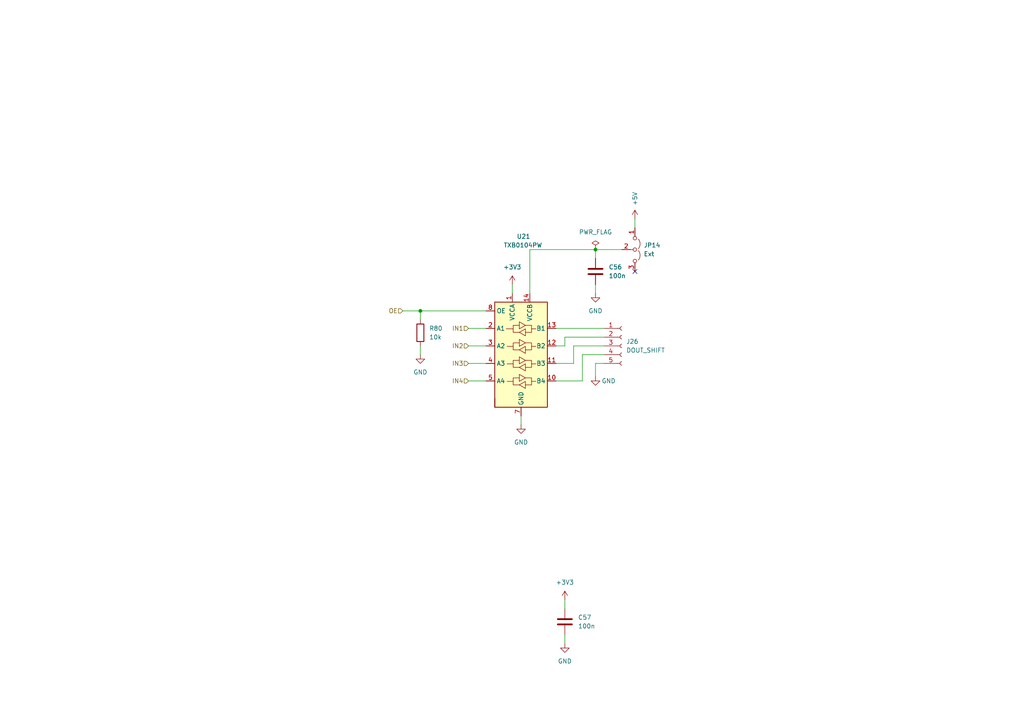
<source format=kicad_sch>
(kicad_sch (version 20211123) (generator eeschema)

  (uuid 0cc5a606-be37-46d1-80db-b26a937d99a1)

  (paper "A4")

  (lib_symbols
    (symbol "Connector:Conn_01x05_Female" (pin_names (offset 1.016) hide) (in_bom yes) (on_board yes)
      (property "Reference" "J" (id 0) (at 0 7.62 0)
        (effects (font (size 1.27 1.27)))
      )
      (property "Value" "Conn_01x05_Female" (id 1) (at 0 -7.62 0)
        (effects (font (size 1.27 1.27)))
      )
      (property "Footprint" "" (id 2) (at 0 0 0)
        (effects (font (size 1.27 1.27)) hide)
      )
      (property "Datasheet" "~" (id 3) (at 0 0 0)
        (effects (font (size 1.27 1.27)) hide)
      )
      (property "ki_keywords" "connector" (id 4) (at 0 0 0)
        (effects (font (size 1.27 1.27)) hide)
      )
      (property "ki_description" "Generic connector, single row, 01x05, script generated (kicad-library-utils/schlib/autogen/connector/)" (id 5) (at 0 0 0)
        (effects (font (size 1.27 1.27)) hide)
      )
      (property "ki_fp_filters" "Connector*:*_1x??_*" (id 6) (at 0 0 0)
        (effects (font (size 1.27 1.27)) hide)
      )
      (symbol "Conn_01x05_Female_1_1"
        (arc (start 0 -4.572) (mid -0.508 -5.08) (end 0 -5.588)
          (stroke (width 0.1524) (type default) (color 0 0 0 0))
          (fill (type none))
        )
        (arc (start 0 -2.032) (mid -0.508 -2.54) (end 0 -3.048)
          (stroke (width 0.1524) (type default) (color 0 0 0 0))
          (fill (type none))
        )
        (polyline
          (pts
            (xy -1.27 -5.08)
            (xy -0.508 -5.08)
          )
          (stroke (width 0.1524) (type default) (color 0 0 0 0))
          (fill (type none))
        )
        (polyline
          (pts
            (xy -1.27 -2.54)
            (xy -0.508 -2.54)
          )
          (stroke (width 0.1524) (type default) (color 0 0 0 0))
          (fill (type none))
        )
        (polyline
          (pts
            (xy -1.27 0)
            (xy -0.508 0)
          )
          (stroke (width 0.1524) (type default) (color 0 0 0 0))
          (fill (type none))
        )
        (polyline
          (pts
            (xy -1.27 2.54)
            (xy -0.508 2.54)
          )
          (stroke (width 0.1524) (type default) (color 0 0 0 0))
          (fill (type none))
        )
        (polyline
          (pts
            (xy -1.27 5.08)
            (xy -0.508 5.08)
          )
          (stroke (width 0.1524) (type default) (color 0 0 0 0))
          (fill (type none))
        )
        (arc (start 0 0.508) (mid -0.508 0) (end 0 -0.508)
          (stroke (width 0.1524) (type default) (color 0 0 0 0))
          (fill (type none))
        )
        (arc (start 0 3.048) (mid -0.508 2.54) (end 0 2.032)
          (stroke (width 0.1524) (type default) (color 0 0 0 0))
          (fill (type none))
        )
        (arc (start 0 5.588) (mid -0.508 5.08) (end 0 4.572)
          (stroke (width 0.1524) (type default) (color 0 0 0 0))
          (fill (type none))
        )
        (pin passive line (at -5.08 5.08 0) (length 3.81)
          (name "Pin_1" (effects (font (size 1.27 1.27))))
          (number "1" (effects (font (size 1.27 1.27))))
        )
        (pin passive line (at -5.08 2.54 0) (length 3.81)
          (name "Pin_2" (effects (font (size 1.27 1.27))))
          (number "2" (effects (font (size 1.27 1.27))))
        )
        (pin passive line (at -5.08 0 0) (length 3.81)
          (name "Pin_3" (effects (font (size 1.27 1.27))))
          (number "3" (effects (font (size 1.27 1.27))))
        )
        (pin passive line (at -5.08 -2.54 0) (length 3.81)
          (name "Pin_4" (effects (font (size 1.27 1.27))))
          (number "4" (effects (font (size 1.27 1.27))))
        )
        (pin passive line (at -5.08 -5.08 0) (length 3.81)
          (name "Pin_5" (effects (font (size 1.27 1.27))))
          (number "5" (effects (font (size 1.27 1.27))))
        )
      )
    )
    (symbol "Device:C" (pin_numbers hide) (pin_names (offset 0.254)) (in_bom yes) (on_board yes)
      (property "Reference" "C" (id 0) (at 0.635 2.54 0)
        (effects (font (size 1.27 1.27)) (justify left))
      )
      (property "Value" "C" (id 1) (at 0.635 -2.54 0)
        (effects (font (size 1.27 1.27)) (justify left))
      )
      (property "Footprint" "" (id 2) (at 0.9652 -3.81 0)
        (effects (font (size 1.27 1.27)) hide)
      )
      (property "Datasheet" "~" (id 3) (at 0 0 0)
        (effects (font (size 1.27 1.27)) hide)
      )
      (property "ki_keywords" "cap capacitor" (id 4) (at 0 0 0)
        (effects (font (size 1.27 1.27)) hide)
      )
      (property "ki_description" "Unpolarized capacitor" (id 5) (at 0 0 0)
        (effects (font (size 1.27 1.27)) hide)
      )
      (property "ki_fp_filters" "C_*" (id 6) (at 0 0 0)
        (effects (font (size 1.27 1.27)) hide)
      )
      (symbol "C_0_1"
        (polyline
          (pts
            (xy -2.032 -0.762)
            (xy 2.032 -0.762)
          )
          (stroke (width 0.508) (type default) (color 0 0 0 0))
          (fill (type none))
        )
        (polyline
          (pts
            (xy -2.032 0.762)
            (xy 2.032 0.762)
          )
          (stroke (width 0.508) (type default) (color 0 0 0 0))
          (fill (type none))
        )
      )
      (symbol "C_1_1"
        (pin passive line (at 0 3.81 270) (length 2.794)
          (name "~" (effects (font (size 1.27 1.27))))
          (number "1" (effects (font (size 1.27 1.27))))
        )
        (pin passive line (at 0 -3.81 90) (length 2.794)
          (name "~" (effects (font (size 1.27 1.27))))
          (number "2" (effects (font (size 1.27 1.27))))
        )
      )
    )
    (symbol "Device:R" (pin_numbers hide) (pin_names (offset 0)) (in_bom yes) (on_board yes)
      (property "Reference" "R" (id 0) (at 2.032 0 90)
        (effects (font (size 1.27 1.27)))
      )
      (property "Value" "R" (id 1) (at 0 0 90)
        (effects (font (size 1.27 1.27)))
      )
      (property "Footprint" "" (id 2) (at -1.778 0 90)
        (effects (font (size 1.27 1.27)) hide)
      )
      (property "Datasheet" "~" (id 3) (at 0 0 0)
        (effects (font (size 1.27 1.27)) hide)
      )
      (property "ki_keywords" "R res resistor" (id 4) (at 0 0 0)
        (effects (font (size 1.27 1.27)) hide)
      )
      (property "ki_description" "Resistor" (id 5) (at 0 0 0)
        (effects (font (size 1.27 1.27)) hide)
      )
      (property "ki_fp_filters" "R_*" (id 6) (at 0 0 0)
        (effects (font (size 1.27 1.27)) hide)
      )
      (symbol "R_0_1"
        (rectangle (start -1.016 -2.54) (end 1.016 2.54)
          (stroke (width 0.254) (type default) (color 0 0 0 0))
          (fill (type none))
        )
      )
      (symbol "R_1_1"
        (pin passive line (at 0 3.81 270) (length 1.27)
          (name "~" (effects (font (size 1.27 1.27))))
          (number "1" (effects (font (size 1.27 1.27))))
        )
        (pin passive line (at 0 -3.81 90) (length 1.27)
          (name "~" (effects (font (size 1.27 1.27))))
          (number "2" (effects (font (size 1.27 1.27))))
        )
      )
    )
    (symbol "Jumper:Jumper_3_Open" (pin_names (offset 0) hide) (in_bom yes) (on_board yes)
      (property "Reference" "JP" (id 0) (at -2.54 -2.54 0)
        (effects (font (size 1.27 1.27)))
      )
      (property "Value" "Jumper_3_Open" (id 1) (at 0 2.794 0)
        (effects (font (size 1.27 1.27)))
      )
      (property "Footprint" "" (id 2) (at 0 0 0)
        (effects (font (size 1.27 1.27)) hide)
      )
      (property "Datasheet" "~" (id 3) (at 0 0 0)
        (effects (font (size 1.27 1.27)) hide)
      )
      (property "ki_keywords" "Jumper SPDT" (id 4) (at 0 0 0)
        (effects (font (size 1.27 1.27)) hide)
      )
      (property "ki_description" "Jumper, 3-pole, both open" (id 5) (at 0 0 0)
        (effects (font (size 1.27 1.27)) hide)
      )
      (property "ki_fp_filters" "Jumper* TestPoint*3Pads* TestPoint*Bridge*" (id 6) (at 0 0 0)
        (effects (font (size 1.27 1.27)) hide)
      )
      (symbol "Jumper_3_Open_0_0"
        (circle (center -3.302 0) (radius 0.508)
          (stroke (width 0) (type default) (color 0 0 0 0))
          (fill (type none))
        )
        (circle (center 0 0) (radius 0.508)
          (stroke (width 0) (type default) (color 0 0 0 0))
          (fill (type none))
        )
        (circle (center 3.302 0) (radius 0.508)
          (stroke (width 0) (type default) (color 0 0 0 0))
          (fill (type none))
        )
      )
      (symbol "Jumper_3_Open_0_1"
        (arc (start -0.254 1.016) (mid -1.651 1.4992) (end -3.048 1.016)
          (stroke (width 0) (type default) (color 0 0 0 0))
          (fill (type none))
        )
        (polyline
          (pts
            (xy 0 -0.508)
            (xy 0 -1.27)
          )
          (stroke (width 0) (type default) (color 0 0 0 0))
          (fill (type none))
        )
        (arc (start 3.048 1.016) (mid 1.651 1.4992) (end 0.254 1.016)
          (stroke (width 0) (type default) (color 0 0 0 0))
          (fill (type none))
        )
      )
      (symbol "Jumper_3_Open_1_1"
        (pin passive line (at -6.35 0 0) (length 2.54)
          (name "A" (effects (font (size 1.27 1.27))))
          (number "1" (effects (font (size 1.27 1.27))))
        )
        (pin passive line (at 0 -3.81 90) (length 2.54)
          (name "C" (effects (font (size 1.27 1.27))))
          (number "2" (effects (font (size 1.27 1.27))))
        )
        (pin passive line (at 6.35 0 180) (length 2.54)
          (name "B" (effects (font (size 1.27 1.27))))
          (number "3" (effects (font (size 1.27 1.27))))
        )
      )
    )
    (symbol "Logic_LevelTranslator:TXB0104PW" (in_bom yes) (on_board yes)
      (property "Reference" "U" (id 0) (at -6.35 16.51 0)
        (effects (font (size 1.27 1.27)))
      )
      (property "Value" "TXB0104PW" (id 1) (at 3.81 16.51 0)
        (effects (font (size 1.27 1.27)) (justify left))
      )
      (property "Footprint" "Package_SO:TSSOP-14_4.4x5mm_P0.65mm" (id 2) (at 0 -19.05 0)
        (effects (font (size 1.27 1.27)) hide)
      )
      (property "Datasheet" "http://www.ti.com/lit/ds/symlink/txb0104.pdf" (id 3) (at 2.794 2.413 0)
        (effects (font (size 1.27 1.27)) hide)
      )
      (property "ki_keywords" "Level-Shifter CMOS-TTL-Translation" (id 4) (at 0 0 0)
        (effects (font (size 1.27 1.27)) hide)
      )
      (property "ki_description" "4-Bit Bidirectional Voltage-Level Translator, Auto Direction Sensing and ±15-kV ESD Protection, 1.2 - 3.6V APort, 1.65 - 5.5V BPort, TSSOP-14" (id 5) (at 0 0 0)
        (effects (font (size 1.27 1.27)) hide)
      )
      (property "ki_fp_filters" "TSSOP*14*5mm*P0.65mm*" (id 6) (at 0 0 0)
        (effects (font (size 1.27 1.27)) hide)
      )
      (symbol "TXB0104PW_0_1"
        (rectangle (start -7.62 -15.24) (end -7.62 -12.7)
          (stroke (width 0.254) (type default) (color 0 0 0 0))
          (fill (type none))
        )
        (rectangle (start -7.62 15.24) (end 7.62 -15.24)
          (stroke (width 0.254) (type default) (color 0 0 0 0))
          (fill (type background))
        )
        (polyline
          (pts
            (xy -2.286 -7.747)
            (xy -2.286 -6.731)
            (xy -0.508 -6.731)
          )
          (stroke (width 0) (type default) (color 0 0 0 0))
          (fill (type none))
        )
        (polyline
          (pts
            (xy -2.286 -2.667)
            (xy -2.286 -1.651)
            (xy -0.508 -1.651)
          )
          (stroke (width 0) (type default) (color 0 0 0 0))
          (fill (type none))
        )
        (polyline
          (pts
            (xy -2.286 2.413)
            (xy -2.286 3.429)
            (xy -0.508 3.429)
          )
          (stroke (width 0) (type default) (color 0 0 0 0))
          (fill (type none))
        )
        (polyline
          (pts
            (xy -2.286 7.493)
            (xy -2.286 8.509)
            (xy -0.508 8.509)
          )
          (stroke (width 0) (type default) (color 0 0 0 0))
          (fill (type none))
        )
        (polyline
          (pts
            (xy 3.048 -7.747)
            (xy 3.048 -8.763)
            (xy 1.27 -8.763)
          )
          (stroke (width 0) (type default) (color 0 0 0 0))
          (fill (type none))
        )
        (polyline
          (pts
            (xy 3.048 -2.667)
            (xy 3.048 -3.683)
            (xy 1.27 -3.683)
          )
          (stroke (width 0) (type default) (color 0 0 0 0))
          (fill (type none))
        )
        (polyline
          (pts
            (xy 3.048 2.413)
            (xy 3.048 1.397)
            (xy 1.27 1.397)
          )
          (stroke (width 0) (type default) (color 0 0 0 0))
          (fill (type none))
        )
        (polyline
          (pts
            (xy 3.048 7.493)
            (xy 3.048 6.477)
            (xy 1.27 6.477)
          )
          (stroke (width 0) (type default) (color 0 0 0 0))
          (fill (type none))
        )
        (polyline
          (pts
            (xy -0.508 -8.763)
            (xy -2.286 -8.763)
            (xy -2.286 -7.747)
            (xy -4.064 -7.747)
          )
          (stroke (width 0) (type default) (color 0 0 0 0))
          (fill (type none))
        )
        (polyline
          (pts
            (xy -0.508 -8.763)
            (xy 1.27 -7.747)
            (xy 1.27 -9.779)
            (xy -0.508 -8.763)
          )
          (stroke (width 0) (type default) (color 0 0 0 0))
          (fill (type none))
        )
        (polyline
          (pts
            (xy -0.508 -3.683)
            (xy -2.286 -3.683)
            (xy -2.286 -2.667)
            (xy -4.064 -2.667)
          )
          (stroke (width 0) (type default) (color 0 0 0 0))
          (fill (type none))
        )
        (polyline
          (pts
            (xy -0.508 -3.683)
            (xy 1.27 -2.667)
            (xy 1.27 -4.699)
            (xy -0.508 -3.683)
          )
          (stroke (width 0) (type default) (color 0 0 0 0))
          (fill (type none))
        )
        (polyline
          (pts
            (xy -0.508 1.397)
            (xy -2.286 1.397)
            (xy -2.286 2.413)
            (xy -4.064 2.413)
          )
          (stroke (width 0) (type default) (color 0 0 0 0))
          (fill (type none))
        )
        (polyline
          (pts
            (xy -0.508 1.397)
            (xy 1.27 2.413)
            (xy 1.27 0.381)
            (xy -0.508 1.397)
          )
          (stroke (width 0) (type default) (color 0 0 0 0))
          (fill (type none))
        )
        (polyline
          (pts
            (xy -0.508 6.477)
            (xy -2.286 6.477)
            (xy -2.286 7.493)
            (xy -4.318 7.493)
          )
          (stroke (width 0) (type default) (color 0 0 0 0))
          (fill (type none))
        )
        (polyline
          (pts
            (xy -0.508 6.477)
            (xy 1.27 7.493)
            (xy 1.27 5.461)
            (xy -0.508 6.477)
          )
          (stroke (width 0) (type default) (color 0 0 0 0))
          (fill (type none))
        )
        (polyline
          (pts
            (xy 1.27 -6.731)
            (xy -0.508 -7.747)
            (xy -0.508 -5.715)
            (xy 1.27 -6.731)
          )
          (stroke (width 0) (type default) (color 0 0 0 0))
          (fill (type none))
        )
        (polyline
          (pts
            (xy 1.27 -6.731)
            (xy 3.048 -6.731)
            (xy 3.048 -7.747)
            (xy 4.318 -7.747)
          )
          (stroke (width 0) (type default) (color 0 0 0 0))
          (fill (type none))
        )
        (polyline
          (pts
            (xy 1.27 -1.651)
            (xy -0.508 -2.667)
            (xy -0.508 -0.635)
            (xy 1.27 -1.651)
          )
          (stroke (width 0) (type default) (color 0 0 0 0))
          (fill (type none))
        )
        (polyline
          (pts
            (xy 1.27 -1.651)
            (xy 3.048 -1.651)
            (xy 3.048 -2.667)
            (xy 4.318 -2.667)
          )
          (stroke (width 0) (type default) (color 0 0 0 0))
          (fill (type none))
        )
        (polyline
          (pts
            (xy 1.27 3.429)
            (xy -0.508 2.413)
            (xy -0.508 4.445)
            (xy 1.27 3.429)
          )
          (stroke (width 0) (type default) (color 0 0 0 0))
          (fill (type none))
        )
        (polyline
          (pts
            (xy 1.27 3.429)
            (xy 3.048 3.429)
            (xy 3.048 2.413)
            (xy 4.318 2.413)
          )
          (stroke (width 0) (type default) (color 0 0 0 0))
          (fill (type none))
        )
        (polyline
          (pts
            (xy 1.27 8.509)
            (xy -0.508 7.493)
            (xy -0.508 9.525)
            (xy 1.27 8.509)
          )
          (stroke (width 0) (type default) (color 0 0 0 0))
          (fill (type none))
        )
        (polyline
          (pts
            (xy 1.27 8.509)
            (xy 3.048 8.509)
            (xy 3.048 7.493)
            (xy 4.318 7.493)
          )
          (stroke (width 0) (type default) (color 0 0 0 0))
          (fill (type none))
        )
      )
      (symbol "TXB0104PW_1_1"
        (pin power_in line (at -2.54 17.78 270) (length 2.54)
          (name "VCCA" (effects (font (size 1.27 1.27))))
          (number "1" (effects (font (size 1.27 1.27))))
        )
        (pin bidirectional line (at 10.16 -7.62 180) (length 2.54)
          (name "B4" (effects (font (size 1.27 1.27))))
          (number "10" (effects (font (size 1.27 1.27))))
        )
        (pin bidirectional line (at 10.16 -2.54 180) (length 2.54)
          (name "B3" (effects (font (size 1.27 1.27))))
          (number "11" (effects (font (size 1.27 1.27))))
        )
        (pin bidirectional line (at 10.16 2.54 180) (length 2.54)
          (name "B2" (effects (font (size 1.27 1.27))))
          (number "12" (effects (font (size 1.27 1.27))))
        )
        (pin bidirectional line (at 10.16 7.62 180) (length 2.54)
          (name "B1" (effects (font (size 1.27 1.27))))
          (number "13" (effects (font (size 1.27 1.27))))
        )
        (pin power_in line (at 2.54 17.78 270) (length 2.54)
          (name "VCCB" (effects (font (size 1.27 1.27))))
          (number "14" (effects (font (size 1.27 1.27))))
        )
        (pin bidirectional line (at -10.16 7.62 0) (length 2.54)
          (name "A1" (effects (font (size 1.27 1.27))))
          (number "2" (effects (font (size 1.27 1.27))))
        )
        (pin bidirectional line (at -10.16 2.54 0) (length 2.54)
          (name "A2" (effects (font (size 1.27 1.27))))
          (number "3" (effects (font (size 1.27 1.27))))
        )
        (pin bidirectional line (at -10.16 -2.54 0) (length 2.54)
          (name "A3" (effects (font (size 1.27 1.27))))
          (number "4" (effects (font (size 1.27 1.27))))
        )
        (pin bidirectional line (at -10.16 -7.62 0) (length 2.54)
          (name "A4" (effects (font (size 1.27 1.27))))
          (number "5" (effects (font (size 1.27 1.27))))
        )
        (pin no_connect line (at -10.16 -12.7 0) (length 2.54) hide
          (name "NC" (effects (font (size 1.27 1.27))))
          (number "6" (effects (font (size 1.27 1.27))))
        )
        (pin power_in line (at 0 -17.78 90) (length 2.54)
          (name "GND" (effects (font (size 1.27 1.27))))
          (number "7" (effects (font (size 1.27 1.27))))
        )
        (pin input line (at -10.16 12.7 0) (length 2.54)
          (name "OE" (effects (font (size 1.27 1.27))))
          (number "8" (effects (font (size 1.27 1.27))))
        )
        (pin no_connect line (at 10.16 -12.7 180) (length 2.54) hide
          (name "NC" (effects (font (size 1.27 1.27))))
          (number "9" (effects (font (size 1.27 1.27))))
        )
      )
    )
    (symbol "power:+3V3" (power) (pin_names (offset 0)) (in_bom yes) (on_board yes)
      (property "Reference" "#PWR" (id 0) (at 0 -3.81 0)
        (effects (font (size 1.27 1.27)) hide)
      )
      (property "Value" "+3V3" (id 1) (at 0 3.556 0)
        (effects (font (size 1.27 1.27)))
      )
      (property "Footprint" "" (id 2) (at 0 0 0)
        (effects (font (size 1.27 1.27)) hide)
      )
      (property "Datasheet" "" (id 3) (at 0 0 0)
        (effects (font (size 1.27 1.27)) hide)
      )
      (property "ki_keywords" "power-flag" (id 4) (at 0 0 0)
        (effects (font (size 1.27 1.27)) hide)
      )
      (property "ki_description" "Power symbol creates a global label with name \"+3V3\"" (id 5) (at 0 0 0)
        (effects (font (size 1.27 1.27)) hide)
      )
      (symbol "+3V3_0_1"
        (polyline
          (pts
            (xy -0.762 1.27)
            (xy 0 2.54)
          )
          (stroke (width 0) (type default) (color 0 0 0 0))
          (fill (type none))
        )
        (polyline
          (pts
            (xy 0 0)
            (xy 0 2.54)
          )
          (stroke (width 0) (type default) (color 0 0 0 0))
          (fill (type none))
        )
        (polyline
          (pts
            (xy 0 2.54)
            (xy 0.762 1.27)
          )
          (stroke (width 0) (type default) (color 0 0 0 0))
          (fill (type none))
        )
      )
      (symbol "+3V3_1_1"
        (pin power_in line (at 0 0 90) (length 0) hide
          (name "+3V3" (effects (font (size 1.27 1.27))))
          (number "1" (effects (font (size 1.27 1.27))))
        )
      )
    )
    (symbol "power:+5V" (power) (pin_names (offset 0)) (in_bom yes) (on_board yes)
      (property "Reference" "#PWR" (id 0) (at 0 -3.81 0)
        (effects (font (size 1.27 1.27)) hide)
      )
      (property "Value" "+5V" (id 1) (at 0 3.556 0)
        (effects (font (size 1.27 1.27)))
      )
      (property "Footprint" "" (id 2) (at 0 0 0)
        (effects (font (size 1.27 1.27)) hide)
      )
      (property "Datasheet" "" (id 3) (at 0 0 0)
        (effects (font (size 1.27 1.27)) hide)
      )
      (property "ki_keywords" "power-flag" (id 4) (at 0 0 0)
        (effects (font (size 1.27 1.27)) hide)
      )
      (property "ki_description" "Power symbol creates a global label with name \"+5V\"" (id 5) (at 0 0 0)
        (effects (font (size 1.27 1.27)) hide)
      )
      (symbol "+5V_0_1"
        (polyline
          (pts
            (xy -0.762 1.27)
            (xy 0 2.54)
          )
          (stroke (width 0) (type default) (color 0 0 0 0))
          (fill (type none))
        )
        (polyline
          (pts
            (xy 0 0)
            (xy 0 2.54)
          )
          (stroke (width 0) (type default) (color 0 0 0 0))
          (fill (type none))
        )
        (polyline
          (pts
            (xy 0 2.54)
            (xy 0.762 1.27)
          )
          (stroke (width 0) (type default) (color 0 0 0 0))
          (fill (type none))
        )
      )
      (symbol "+5V_1_1"
        (pin power_in line (at 0 0 90) (length 0) hide
          (name "+5V" (effects (font (size 1.27 1.27))))
          (number "1" (effects (font (size 1.27 1.27))))
        )
      )
    )
    (symbol "power:GND" (power) (pin_names (offset 0)) (in_bom yes) (on_board yes)
      (property "Reference" "#PWR" (id 0) (at 0 -6.35 0)
        (effects (font (size 1.27 1.27)) hide)
      )
      (property "Value" "GND" (id 1) (at 0 -3.81 0)
        (effects (font (size 1.27 1.27)))
      )
      (property "Footprint" "" (id 2) (at 0 0 0)
        (effects (font (size 1.27 1.27)) hide)
      )
      (property "Datasheet" "" (id 3) (at 0 0 0)
        (effects (font (size 1.27 1.27)) hide)
      )
      (property "ki_keywords" "power-flag" (id 4) (at 0 0 0)
        (effects (font (size 1.27 1.27)) hide)
      )
      (property "ki_description" "Power symbol creates a global label with name \"GND\" , ground" (id 5) (at 0 0 0)
        (effects (font (size 1.27 1.27)) hide)
      )
      (symbol "GND_0_1"
        (polyline
          (pts
            (xy 0 0)
            (xy 0 -1.27)
            (xy 1.27 -1.27)
            (xy 0 -2.54)
            (xy -1.27 -1.27)
            (xy 0 -1.27)
          )
          (stroke (width 0) (type default) (color 0 0 0 0))
          (fill (type none))
        )
      )
      (symbol "GND_1_1"
        (pin power_in line (at 0 0 270) (length 0) hide
          (name "GND" (effects (font (size 1.27 1.27))))
          (number "1" (effects (font (size 1.27 1.27))))
        )
      )
    )
    (symbol "power:PWR_FLAG" (power) (pin_numbers hide) (pin_names (offset 0) hide) (in_bom yes) (on_board yes)
      (property "Reference" "#FLG" (id 0) (at 0 1.905 0)
        (effects (font (size 1.27 1.27)) hide)
      )
      (property "Value" "PWR_FLAG" (id 1) (at 0 3.81 0)
        (effects (font (size 1.27 1.27)))
      )
      (property "Footprint" "" (id 2) (at 0 0 0)
        (effects (font (size 1.27 1.27)) hide)
      )
      (property "Datasheet" "~" (id 3) (at 0 0 0)
        (effects (font (size 1.27 1.27)) hide)
      )
      (property "ki_keywords" "power-flag" (id 4) (at 0 0 0)
        (effects (font (size 1.27 1.27)) hide)
      )
      (property "ki_description" "Special symbol for telling ERC where power comes from" (id 5) (at 0 0 0)
        (effects (font (size 1.27 1.27)) hide)
      )
      (symbol "PWR_FLAG_0_0"
        (pin power_out line (at 0 0 90) (length 0)
          (name "pwr" (effects (font (size 1.27 1.27))))
          (number "1" (effects (font (size 1.27 1.27))))
        )
      )
      (symbol "PWR_FLAG_0_1"
        (polyline
          (pts
            (xy 0 0)
            (xy 0 1.27)
            (xy -1.016 1.905)
            (xy 0 2.54)
            (xy 1.016 1.905)
            (xy 0 1.27)
          )
          (stroke (width 0) (type default) (color 0 0 0 0))
          (fill (type none))
        )
      )
    )
  )

  (junction (at 172.72 72.39) (diameter 0) (color 0 0 0 0)
    (uuid 0f4bc8ad-d030-4dd0-a432-1bb6e90c2d79)
  )
  (junction (at 121.92 90.17) (diameter 0) (color 0 0 0 0)
    (uuid c108786e-aeb2-46b0-b086-6205f06da6af)
  )

  (no_connect (at 184.15 78.74) (uuid e5ac3ecc-e55f-40dc-8b65-fe3f39ca5675))

  (wire (pts (xy 168.91 102.87) (xy 175.26 102.87))
    (stroke (width 0) (type default) (color 0 0 0 0))
    (uuid 0453b7e4-e0e7-4cb5-8648-bec6a813bdeb)
  )
  (wire (pts (xy 135.89 100.33) (xy 140.97 100.33))
    (stroke (width 0) (type default) (color 0 0 0 0))
    (uuid 05fd9271-baf1-4bad-b0e6-8fec07c1d948)
  )
  (wire (pts (xy 121.92 100.33) (xy 121.92 102.87))
    (stroke (width 0) (type default) (color 0 0 0 0))
    (uuid 23c1d4d9-e11c-4b28-a2f2-80f5683122fd)
  )
  (wire (pts (xy 163.83 184.15) (xy 163.83 186.69))
    (stroke (width 0) (type default) (color 0 0 0 0))
    (uuid 25733075-f1ed-45cc-9152-b30ed4a03cf2)
  )
  (wire (pts (xy 140.97 90.17) (xy 121.92 90.17))
    (stroke (width 0) (type default) (color 0 0 0 0))
    (uuid 27c8692b-b90a-4763-a974-591fbd8972d6)
  )
  (wire (pts (xy 163.83 173.99) (xy 163.83 176.53))
    (stroke (width 0) (type default) (color 0 0 0 0))
    (uuid 3897be40-9fbe-42ea-bad9-cf1c0321cfdf)
  )
  (wire (pts (xy 161.29 100.33) (xy 163.83 100.33))
    (stroke (width 0) (type default) (color 0 0 0 0))
    (uuid 3be5621b-cf93-4042-ac9c-bc885215e4af)
  )
  (wire (pts (xy 184.15 63.5) (xy 184.15 66.04))
    (stroke (width 0) (type default) (color 0 0 0 0))
    (uuid 3cfea3d0-d26c-4d0a-97bf-258e10d03715)
  )
  (wire (pts (xy 135.89 105.41) (xy 140.97 105.41))
    (stroke (width 0) (type default) (color 0 0 0 0))
    (uuid 3dca8af5-ca90-4250-93a2-f0129758d92d)
  )
  (wire (pts (xy 153.67 72.39) (xy 172.72 72.39))
    (stroke (width 0) (type default) (color 0 0 0 0))
    (uuid 3e1fa2fd-7492-43f6-8c95-0f0b8bccbbe1)
  )
  (wire (pts (xy 135.89 95.25) (xy 140.97 95.25))
    (stroke (width 0) (type default) (color 0 0 0 0))
    (uuid 3e4b28cb-32ae-4a4b-bdb9-0b651a2ea82d)
  )
  (wire (pts (xy 121.92 90.17) (xy 121.92 92.71))
    (stroke (width 0) (type default) (color 0 0 0 0))
    (uuid 4013507d-49f8-4fb8-8862-274c538637b5)
  )
  (wire (pts (xy 161.29 95.25) (xy 175.26 95.25))
    (stroke (width 0) (type default) (color 0 0 0 0))
    (uuid 56f083af-0988-44c0-a588-075fa58764d8)
  )
  (wire (pts (xy 166.37 100.33) (xy 175.26 100.33))
    (stroke (width 0) (type default) (color 0 0 0 0))
    (uuid 59376f2a-4b6f-4d95-8de5-e5f5f2865f74)
  )
  (wire (pts (xy 148.59 82.55) (xy 148.59 85.09))
    (stroke (width 0) (type default) (color 0 0 0 0))
    (uuid 5a25d19c-66f6-478e-a6f1-b412bdebf003)
  )
  (wire (pts (xy 172.72 72.39) (xy 180.34 72.39))
    (stroke (width 0) (type default) (color 0 0 0 0))
    (uuid 5de878a4-806d-43b2-b0c0-0a247cfa82eb)
  )
  (wire (pts (xy 135.89 110.49) (xy 140.97 110.49))
    (stroke (width 0) (type default) (color 0 0 0 0))
    (uuid 6150548e-6f3b-4b8d-ba72-e82ec1455890)
  )
  (wire (pts (xy 172.72 105.41) (xy 172.72 109.22))
    (stroke (width 0) (type default) (color 0 0 0 0))
    (uuid 6d0dcccc-8c57-4c3d-b493-7e4e7b82d245)
  )
  (wire (pts (xy 161.29 110.49) (xy 168.91 110.49))
    (stroke (width 0) (type default) (color 0 0 0 0))
    (uuid 78315454-4600-41df-a6a6-915ac35c0560)
  )
  (wire (pts (xy 153.67 72.39) (xy 153.67 85.09))
    (stroke (width 0) (type default) (color 0 0 0 0))
    (uuid 8e92d310-61e8-470e-886f-d2ccf31d45dc)
  )
  (wire (pts (xy 116.84 90.17) (xy 121.92 90.17))
    (stroke (width 0) (type default) (color 0 0 0 0))
    (uuid 914cfeaf-9115-49f9-8724-a3df3beaa04c)
  )
  (wire (pts (xy 172.72 82.55) (xy 172.72 85.09))
    (stroke (width 0) (type default) (color 0 0 0 0))
    (uuid 9a45a261-8b86-4722-8ddf-68e44f8849b1)
  )
  (wire (pts (xy 172.72 72.39) (xy 172.72 74.93))
    (stroke (width 0) (type default) (color 0 0 0 0))
    (uuid 9d4b3b43-a048-457f-bc9d-5b756c8d9e59)
  )
  (wire (pts (xy 166.37 105.41) (xy 166.37 100.33))
    (stroke (width 0) (type default) (color 0 0 0 0))
    (uuid a05a74d4-4552-4d18-a642-475717c3ecca)
  )
  (wire (pts (xy 151.13 120.65) (xy 151.13 123.19))
    (stroke (width 0) (type default) (color 0 0 0 0))
    (uuid ac32e095-b45f-488a-8917-77c9d79f4643)
  )
  (wire (pts (xy 163.83 100.33) (xy 163.83 97.79))
    (stroke (width 0) (type default) (color 0 0 0 0))
    (uuid afda81dd-71a6-4678-801e-9c87966b7667)
  )
  (wire (pts (xy 172.72 105.41) (xy 175.26 105.41))
    (stroke (width 0) (type default) (color 0 0 0 0))
    (uuid bc0fa4f0-fa94-46c8-96b7-691001a3ce59)
  )
  (wire (pts (xy 161.29 105.41) (xy 166.37 105.41))
    (stroke (width 0) (type default) (color 0 0 0 0))
    (uuid cc181095-ccb9-4f2a-b094-7476f3b1d0e6)
  )
  (wire (pts (xy 163.83 97.79) (xy 175.26 97.79))
    (stroke (width 0) (type default) (color 0 0 0 0))
    (uuid d45bc9ee-ceec-4a45-88be-62bea47b559d)
  )
  (wire (pts (xy 168.91 110.49) (xy 168.91 102.87))
    (stroke (width 0) (type default) (color 0 0 0 0))
    (uuid dc124928-d2fa-4964-aa6c-f3054b9fa8d6)
  )

  (hierarchical_label "IN1" (shape input) (at 135.89 95.25 180)
    (effects (font (size 1.27 1.27)) (justify right))
    (uuid 3cd9c8da-c894-4c4e-9ada-699b139a54db)
  )
  (hierarchical_label "OE" (shape input) (at 116.84 90.17 180)
    (effects (font (size 1.27 1.27)) (justify right))
    (uuid 3e2aeb30-9f50-464a-8495-5f83b2bf49ab)
  )
  (hierarchical_label "IN2" (shape input) (at 135.89 100.33 180)
    (effects (font (size 1.27 1.27)) (justify right))
    (uuid 3fe50843-d6db-4625-9026-ac11746cbf80)
  )
  (hierarchical_label "IN3" (shape input) (at 135.89 105.41 180)
    (effects (font (size 1.27 1.27)) (justify right))
    (uuid e285cdc3-67aa-4646-abb1-9c9944ec0ec7)
  )
  (hierarchical_label "IN4" (shape input) (at 135.89 110.49 180)
    (effects (font (size 1.27 1.27)) (justify right))
    (uuid f373c696-f1c2-4a5d-b3a8-f828ca271b89)
  )

  (symbol (lib_id "power:+5V") (at 184.15 63.5 0) (unit 1)
    (in_bom yes) (on_board yes) (fields_autoplaced)
    (uuid 0587ed60-7fe9-4537-bf14-8d33509dd424)
    (property "Reference" "#PWR0222" (id 0) (at 184.15 67.31 0)
      (effects (font (size 1.27 1.27)) hide)
    )
    (property "Value" "+5V" (id 1) (at 184.1501 59.69 90)
      (effects (font (size 1.27 1.27)) (justify left))
    )
    (property "Footprint" "" (id 2) (at 184.15 63.5 0)
      (effects (font (size 1.27 1.27)) hide)
    )
    (property "Datasheet" "" (id 3) (at 184.15 63.5 0)
      (effects (font (size 1.27 1.27)) hide)
    )
    (pin "1" (uuid 14fee8ff-a83d-4147-806c-e52dd8579cef))
  )

  (symbol (lib_id "power:GND") (at 163.83 186.69 0) (unit 1)
    (in_bom yes) (on_board yes) (fields_autoplaced)
    (uuid 0ff7ccf8-0e1b-40a1-95a3-d2464715122a)
    (property "Reference" "#PWR0229" (id 0) (at 163.83 193.04 0)
      (effects (font (size 1.27 1.27)) hide)
    )
    (property "Value" "GND" (id 1) (at 163.83 191.77 0))
    (property "Footprint" "" (id 2) (at 163.83 186.69 0)
      (effects (font (size 1.27 1.27)) hide)
    )
    (property "Datasheet" "" (id 3) (at 163.83 186.69 0)
      (effects (font (size 1.27 1.27)) hide)
    )
    (pin "1" (uuid 994e63a7-8a4f-49da-99aa-5ce74b046f97))
  )

  (symbol (lib_id "Connector:Conn_01x05_Female") (at 180.34 100.33 0) (unit 1)
    (in_bom yes) (on_board yes)
    (uuid 1ba0e7e0-61a2-4ac5-8f59-8227253a118f)
    (property "Reference" "J26" (id 0) (at 181.61 99.06 0)
      (effects (font (size 1.27 1.27)) (justify left))
    )
    (property "Value" "DOUT_SHIFT" (id 1) (at 181.61 101.6 0)
      (effects (font (size 1.27 1.27)) (justify left))
    )
    (property "Footprint" "Connector_PinHeader_2.54mm:PinHeader_1x05_P2.54mm_Vertical" (id 2) (at 180.34 100.33 0)
      (effects (font (size 1.27 1.27)) hide)
    )
    (property "Datasheet" "~" (id 3) (at 180.34 100.33 0)
      (effects (font (size 1.27 1.27)) hide)
    )
    (pin "1" (uuid d82fa315-8603-481a-a31b-7968d70524f5))
    (pin "2" (uuid a47d01cf-8aa3-4bc5-a462-1ebc2e48a76b))
    (pin "3" (uuid e4acac6a-0823-4838-80da-0846b245b4ed))
    (pin "4" (uuid e1f3c551-706e-4ee9-9468-0f9a0eee7365))
    (pin "5" (uuid 94c0cefb-15d0-4162-b5f0-9799a6f1beed))
  )

  (symbol (lib_id "Device:C") (at 172.72 78.74 0) (unit 1)
    (in_bom yes) (on_board yes) (fields_autoplaced)
    (uuid 2c03b8dc-e09a-4723-bd49-8118b729d3ff)
    (property "Reference" "C56" (id 0) (at 176.53 77.4699 0)
      (effects (font (size 1.27 1.27)) (justify left))
    )
    (property "Value" "100n" (id 1) (at 176.53 80.0099 0)
      (effects (font (size 1.27 1.27)) (justify left))
    )
    (property "Footprint" "Capacitor_SMD:C_0603_1608Metric" (id 2) (at 173.6852 82.55 0)
      (effects (font (size 1.27 1.27)) hide)
    )
    (property "Datasheet" "~" (id 3) (at 172.72 78.74 0)
      (effects (font (size 1.27 1.27)) hide)
    )
    (pin "1" (uuid 3f8a9cf3-9069-472a-b579-008b7c7761ab))
    (pin "2" (uuid 4ea647ea-5a86-45ca-b2a2-49598597c187))
  )

  (symbol (lib_id "Device:C") (at 163.83 180.34 0) (unit 1)
    (in_bom yes) (on_board yes) (fields_autoplaced)
    (uuid 2f3b5da9-bcc4-43a2-aa61-9dc73a67a628)
    (property "Reference" "C57" (id 0) (at 167.64 179.0699 0)
      (effects (font (size 1.27 1.27)) (justify left))
    )
    (property "Value" "100n" (id 1) (at 167.64 181.6099 0)
      (effects (font (size 1.27 1.27)) (justify left))
    )
    (property "Footprint" "Capacitor_SMD:C_0603_1608Metric" (id 2) (at 164.7952 184.15 0)
      (effects (font (size 1.27 1.27)) hide)
    )
    (property "Datasheet" "~" (id 3) (at 163.83 180.34 0)
      (effects (font (size 1.27 1.27)) hide)
    )
    (pin "1" (uuid 8e9de5a0-98de-4cc3-9ec9-bd211e93f364))
    (pin "2" (uuid f62e07dd-86bf-46a3-b720-7b3c26458a71))
  )

  (symbol (lib_id "power:+3V3") (at 148.59 82.55 0) (unit 1)
    (in_bom yes) (on_board yes) (fields_autoplaced)
    (uuid 32eba9df-f577-4781-8416-3e006384fbd8)
    (property "Reference" "#PWR0223" (id 0) (at 148.59 86.36 0)
      (effects (font (size 1.27 1.27)) hide)
    )
    (property "Value" "+3V3" (id 1) (at 148.59 77.47 0))
    (property "Footprint" "" (id 2) (at 148.59 82.55 0)
      (effects (font (size 1.27 1.27)) hide)
    )
    (property "Datasheet" "" (id 3) (at 148.59 82.55 0)
      (effects (font (size 1.27 1.27)) hide)
    )
    (pin "1" (uuid 3018ca3f-5616-4c18-81f0-f06dfda2f6f2))
  )

  (symbol (lib_id "power:GND") (at 172.72 109.22 0) (unit 1)
    (in_bom yes) (on_board yes)
    (uuid 3dcc1f62-aaa1-43d3-b195-2d4e595f6738)
    (property "Reference" "#PWR0226" (id 0) (at 172.72 115.57 0)
      (effects (font (size 1.27 1.27)) hide)
    )
    (property "Value" "GND" (id 1) (at 176.53 110.49 0))
    (property "Footprint" "" (id 2) (at 172.72 109.22 0)
      (effects (font (size 1.27 1.27)) hide)
    )
    (property "Datasheet" "" (id 3) (at 172.72 109.22 0)
      (effects (font (size 1.27 1.27)) hide)
    )
    (pin "1" (uuid 439a8ca5-e5a0-4733-8071-3fb765847b5e))
  )

  (symbol (lib_id "power:GND") (at 172.72 85.09 0) (unit 1)
    (in_bom yes) (on_board yes) (fields_autoplaced)
    (uuid 3ead9bfb-fde9-43de-8eaf-d643630fa429)
    (property "Reference" "#PWR0224" (id 0) (at 172.72 91.44 0)
      (effects (font (size 1.27 1.27)) hide)
    )
    (property "Value" "GND" (id 1) (at 172.72 90.17 0))
    (property "Footprint" "" (id 2) (at 172.72 85.09 0)
      (effects (font (size 1.27 1.27)) hide)
    )
    (property "Datasheet" "" (id 3) (at 172.72 85.09 0)
      (effects (font (size 1.27 1.27)) hide)
    )
    (pin "1" (uuid 6b6bb332-8959-47b5-a7a0-bd8eb7fb347f))
  )

  (symbol (lib_id "power:+3V3") (at 163.83 173.99 0) (unit 1)
    (in_bom yes) (on_board yes) (fields_autoplaced)
    (uuid 61397ed9-d344-4471-8e59-53f775285793)
    (property "Reference" "#PWR0228" (id 0) (at 163.83 177.8 0)
      (effects (font (size 1.27 1.27)) hide)
    )
    (property "Value" "+3V3" (id 1) (at 163.83 168.91 0))
    (property "Footprint" "" (id 2) (at 163.83 173.99 0)
      (effects (font (size 1.27 1.27)) hide)
    )
    (property "Datasheet" "" (id 3) (at 163.83 173.99 0)
      (effects (font (size 1.27 1.27)) hide)
    )
    (pin "1" (uuid 75b31066-fc17-416b-aca9-224d7c7b4825))
  )

  (symbol (lib_id "power:PWR_FLAG") (at 172.72 72.39 0) (unit 1)
    (in_bom yes) (on_board yes) (fields_autoplaced)
    (uuid 646fb0a6-590e-4d49-a09e-1b0059f517ce)
    (property "Reference" "#FLG09" (id 0) (at 172.72 70.485 0)
      (effects (font (size 1.27 1.27)) hide)
    )
    (property "Value" "PWR_FLAG" (id 1) (at 172.72 67.31 0))
    (property "Footprint" "" (id 2) (at 172.72 72.39 0)
      (effects (font (size 1.27 1.27)) hide)
    )
    (property "Datasheet" "~" (id 3) (at 172.72 72.39 0)
      (effects (font (size 1.27 1.27)) hide)
    )
    (pin "1" (uuid 65b31e85-da9f-4700-8ee2-3dd441f62e65))
  )

  (symbol (lib_id "power:GND") (at 121.92 102.87 0) (unit 1)
    (in_bom yes) (on_board yes) (fields_autoplaced)
    (uuid 9036091d-b306-406f-8804-0d550eb1d360)
    (property "Reference" "#PWR0225" (id 0) (at 121.92 109.22 0)
      (effects (font (size 1.27 1.27)) hide)
    )
    (property "Value" "GND" (id 1) (at 121.92 107.95 0))
    (property "Footprint" "" (id 2) (at 121.92 102.87 0)
      (effects (font (size 1.27 1.27)) hide)
    )
    (property "Datasheet" "" (id 3) (at 121.92 102.87 0)
      (effects (font (size 1.27 1.27)) hide)
    )
    (pin "1" (uuid 51100c86-0250-4904-a952-f0bd94c8ae7a))
  )

  (symbol (lib_id "power:GND") (at 151.13 123.19 0) (unit 1)
    (in_bom yes) (on_board yes) (fields_autoplaced)
    (uuid 98abccb4-592b-48aa-acb4-a75929a9c4e9)
    (property "Reference" "#PWR0227" (id 0) (at 151.13 129.54 0)
      (effects (font (size 1.27 1.27)) hide)
    )
    (property "Value" "GND" (id 1) (at 151.13 128.27 0))
    (property "Footprint" "" (id 2) (at 151.13 123.19 0)
      (effects (font (size 1.27 1.27)) hide)
    )
    (property "Datasheet" "" (id 3) (at 151.13 123.19 0)
      (effects (font (size 1.27 1.27)) hide)
    )
    (pin "1" (uuid 3e5c0b20-185f-44ef-9342-ac7333fa65d9))
  )

  (symbol (lib_id "Device:R") (at 121.92 96.52 0) (unit 1)
    (in_bom yes) (on_board yes) (fields_autoplaced)
    (uuid a938ebc5-1764-4c59-a6bc-40791759f032)
    (property "Reference" "R80" (id 0) (at 124.46 95.2499 0)
      (effects (font (size 1.27 1.27)) (justify left))
    )
    (property "Value" "10k" (id 1) (at 124.46 97.7899 0)
      (effects (font (size 1.27 1.27)) (justify left))
    )
    (property "Footprint" "Resistor_SMD:R_0201_0603Metric" (id 2) (at 120.142 96.52 90)
      (effects (font (size 1.27 1.27)) hide)
    )
    (property "Datasheet" "~" (id 3) (at 121.92 96.52 0)
      (effects (font (size 1.27 1.27)) hide)
    )
    (pin "1" (uuid 34a80e5b-21cb-445a-b7af-549f2f928f39))
    (pin "2" (uuid 0bbae202-087d-48d8-ab16-db44f073e0b3))
  )

  (symbol (lib_id "Logic_LevelTranslator:TXB0104PW") (at 151.13 102.87 0) (unit 1)
    (in_bom yes) (on_board yes)
    (uuid bd0be734-3a74-4d9d-8cdb-e400a732b20c)
    (property "Reference" "U21" (id 0) (at 149.86 68.58 0)
      (effects (font (size 1.27 1.27)) (justify left))
    )
    (property "Value" "TXB0104PW" (id 1) (at 146.05 71.12 0)
      (effects (font (size 1.27 1.27)) (justify left))
    )
    (property "Footprint" "Package_SO:TSSOP-14_4.4x5mm_P0.65mm" (id 2) (at 151.13 121.92 0)
      (effects (font (size 1.27 1.27)) hide)
    )
    (property "Datasheet" "http://www.ti.com/lit/ds/symlink/txb0104.pdf" (id 3) (at 153.924 100.457 0)
      (effects (font (size 1.27 1.27)) hide)
    )
    (pin "1" (uuid d6aa0f77-9791-4430-889a-4fbbda2f1960))
    (pin "10" (uuid 234c9361-03a3-40fa-9b11-a7f2d040ea02))
    (pin "11" (uuid 583cd7e8-be47-4066-bf93-f9f41ff14de4))
    (pin "12" (uuid 5b13d5be-a7cc-4fea-b983-673cdcef3ce9))
    (pin "13" (uuid 40d25347-aa21-4f81-8fa5-5f25b95da890))
    (pin "14" (uuid c31916db-39b1-474d-9c47-12a31e01ccda))
    (pin "2" (uuid 3e432ac1-b0f6-4fa6-a99e-a993b71b6831))
    (pin "3" (uuid 836064e3-8c95-41f3-ac54-70b3777422f7))
    (pin "4" (uuid 3dfdc827-c6f4-4728-b03f-1a50a0315e1d))
    (pin "5" (uuid 9697dfa0-3e53-4b1f-b331-f4a327711845))
    (pin "6" (uuid 6bdf0338-af92-43d2-b75a-08d217e1aa3b))
    (pin "7" (uuid 0a7cf950-25b6-469f-b830-714df3ef6d8a))
    (pin "8" (uuid 843d51e4-af9d-4964-9009-dc51529ee69f))
    (pin "9" (uuid 3104ea19-8581-4d46-ac50-f847fc5cfaa7))
  )

  (symbol (lib_id "Jumper:Jumper_3_Open") (at 184.15 72.39 270) (unit 1)
    (in_bom yes) (on_board yes) (fields_autoplaced)
    (uuid ff113c15-07d0-4fe7-ad2f-d86e684ef57a)
    (property "Reference" "JP14" (id 0) (at 186.69 71.1199 90)
      (effects (font (size 1.27 1.27)) (justify left))
    )
    (property "Value" "Ext" (id 1) (at 186.69 73.6599 90)
      (effects (font (size 1.27 1.27)) (justify left))
    )
    (property "Footprint" "Connector_PinHeader_2.54mm:PinHeader_1x03_P2.54mm_Vertical" (id 2) (at 184.15 72.39 0)
      (effects (font (size 1.27 1.27)) hide)
    )
    (property "Datasheet" "~" (id 3) (at 184.15 72.39 0)
      (effects (font (size 1.27 1.27)) hide)
    )
    (pin "1" (uuid 8e53b7ea-4b1e-4a80-9a70-81fb720c2a9d))
    (pin "2" (uuid 8053ed97-6c7d-463a-b254-603cc84d17ee))
    (pin "3" (uuid c92062ed-ea93-4a3f-b9c8-43f5b2e395cc))
  )
)

</source>
